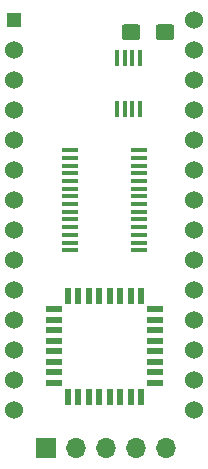
<source format=gts>
G04 #@! TF.GenerationSoftware,KiCad,Pcbnew,5.1.12-84ad8e8a86~92~ubuntu20.04.1*
G04 #@! TF.CreationDate,2022-01-11T07:23:18+09:00*
G04 #@! TF.ProjectId,LI2026ODP,4c493230-3236-44f4-9450-2e6b69636164,rev?*
G04 #@! TF.SameCoordinates,Original*
G04 #@! TF.FileFunction,Soldermask,Top*
G04 #@! TF.FilePolarity,Negative*
%FSLAX46Y46*%
G04 Gerber Fmt 4.6, Leading zero omitted, Abs format (unit mm)*
G04 Created by KiCad (PCBNEW 5.1.12-84ad8e8a86~92~ubuntu20.04.1) date 2022-01-11 07:23:18*
%MOMM*%
%LPD*%
G01*
G04 APERTURE LIST*
%ADD10O,1.700000X1.700000*%
%ADD11R,1.700000X1.700000*%
%ADD12C,1.524000*%
%ADD13R,1.270000X1.270000*%
%ADD14R,0.431800X1.422400*%
%ADD15R,1.384300X0.355600*%
%ADD16R,0.508000X1.358900*%
%ADD17R,1.358900X0.508000*%
G04 APERTURE END LIST*
G04 #@! TO.C,C1*
G36*
G01*
X129301000Y-87801001D02*
X129301000Y-86950999D01*
G75*
G02*
X129550999Y-86701000I249999J0D01*
G01*
X130626001Y-86701000D01*
G75*
G02*
X130876000Y-86950999I0J-249999D01*
G01*
X130876000Y-87801001D01*
G75*
G02*
X130626001Y-88051000I-249999J0D01*
G01*
X129550999Y-88051000D01*
G75*
G02*
X129301000Y-87801001I0J249999D01*
G01*
G37*
G36*
G01*
X126426000Y-87801001D02*
X126426000Y-86950999D01*
G75*
G02*
X126675999Y-86701000I249999J0D01*
G01*
X127751001Y-86701000D01*
G75*
G02*
X128001000Y-86950999I0J-249999D01*
G01*
X128001000Y-87801001D01*
G75*
G02*
X127751001Y-88051000I-249999J0D01*
G01*
X126675999Y-88051000D01*
G75*
G02*
X126426000Y-87801001I0J249999D01*
G01*
G37*
G04 #@! TD*
D10*
G04 #@! TO.C,J2*
X130175000Y-122555000D03*
X127635000Y-122555000D03*
X125095000Y-122555000D03*
X122555000Y-122555000D03*
D11*
X120015000Y-122555000D03*
G04 #@! TD*
D12*
G04 #@! TO.C,J1*
X132540000Y-86360000D03*
X132540000Y-88900000D03*
X132540000Y-91440000D03*
X132540000Y-93980000D03*
X132540000Y-96520000D03*
X132540000Y-99060000D03*
X132540000Y-101600000D03*
X132540000Y-104140000D03*
X132540000Y-106680000D03*
X132540000Y-109220000D03*
X132540000Y-111760000D03*
X132540000Y-114300000D03*
X132540000Y-116840000D03*
X132540000Y-119380000D03*
X117300000Y-119380000D03*
X117300000Y-116840000D03*
X117300000Y-114300000D03*
X117300000Y-111760000D03*
X117300000Y-109220000D03*
X117300000Y-106680000D03*
X117300000Y-104140000D03*
X117300000Y-101600000D03*
X117300000Y-99060000D03*
X117300000Y-96520000D03*
X117300000Y-93980000D03*
X117300000Y-91440000D03*
X117300000Y-88900000D03*
D13*
X117300000Y-86360000D03*
G04 #@! TD*
D14*
G04 #@! TO.C,U1*
X127974999Y-93865700D03*
X127325001Y-93865700D03*
X126674999Y-93865700D03*
X126025001Y-93865700D03*
X126025001Y-89522300D03*
X126674999Y-89522300D03*
X127325001Y-89522300D03*
X127974999Y-89522300D03*
G04 #@! TD*
D15*
G04 #@! TO.C,U3*
X127908050Y-97375000D03*
X127908050Y-98025001D03*
X127908050Y-98675000D03*
X127908050Y-99325001D03*
X127908050Y-99974999D03*
X127908050Y-100625001D03*
X127908050Y-101274999D03*
X127908050Y-101925001D03*
X127908050Y-102574999D03*
X127908050Y-103225001D03*
X127908050Y-103874999D03*
X127908050Y-104525000D03*
X127908050Y-105174999D03*
X127908050Y-105825000D03*
X122027950Y-105824998D03*
X122027950Y-105174999D03*
X122027950Y-104524998D03*
X122027950Y-103874999D03*
X122027950Y-103224998D03*
X122027950Y-102574999D03*
X122027950Y-101924998D03*
X122027950Y-101274999D03*
X122027950Y-100625001D03*
X122027950Y-99974999D03*
X122027950Y-99325001D03*
X122027950Y-98675000D03*
X122027950Y-98025001D03*
X122027950Y-97375000D03*
G04 #@! TD*
D16*
G04 #@! TO.C,U2*
X128079500Y-118228550D03*
X127190500Y-118228550D03*
X126301500Y-118228550D03*
X125412500Y-118228550D03*
X124523500Y-118228550D03*
X123634500Y-118228550D03*
X122745500Y-118228550D03*
X121856500Y-118228550D03*
D17*
X120694450Y-117066500D03*
X120694450Y-116177500D03*
X120694450Y-115288500D03*
X120694450Y-114399500D03*
X120694450Y-113510500D03*
X120694450Y-112621500D03*
X120694450Y-111732500D03*
X120694450Y-110843500D03*
D16*
X121856500Y-109681450D03*
X122745500Y-109681450D03*
X123634500Y-109681450D03*
X124523500Y-109681450D03*
X125412500Y-109681450D03*
X126301500Y-109681450D03*
X127190500Y-109681450D03*
X128079500Y-109681450D03*
D17*
X129241550Y-110843500D03*
X129241550Y-111732500D03*
X129241550Y-112621500D03*
X129241550Y-113510500D03*
X129241550Y-114399500D03*
X129241550Y-115288500D03*
X129241550Y-116177500D03*
X129241550Y-117066500D03*
G04 #@! TD*
M02*

</source>
